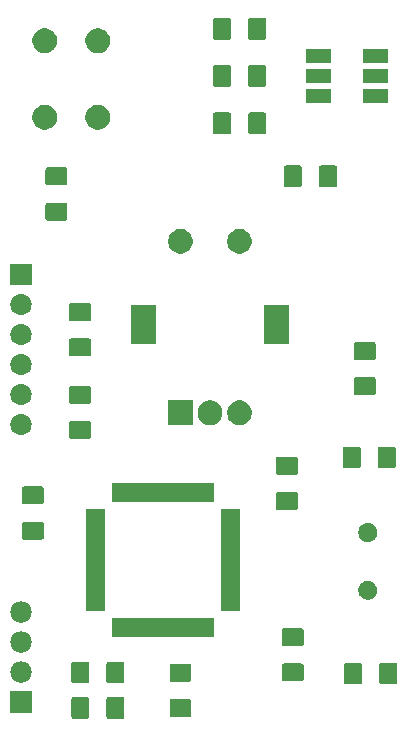
<source format=gbr>
G04 #@! TF.GenerationSoftware,KiCad,Pcbnew,(5.1.4)-1*
G04 #@! TF.CreationDate,2020-08-01T13:26:50+05:30*
G04 #@! TF.ProjectId,knob_32u4,6b6e6f62-5f33-4327-9534-2e6b69636164,rev?*
G04 #@! TF.SameCoordinates,Original*
G04 #@! TF.FileFunction,Soldermask,Top*
G04 #@! TF.FilePolarity,Negative*
%FSLAX46Y46*%
G04 Gerber Fmt 4.6, Leading zero omitted, Abs format (unit mm)*
G04 Created by KiCad (PCBNEW (5.1.4)-1) date 2020-08-01 13:26:50*
%MOMM*%
%LPD*%
G04 APERTURE LIST*
%ADD10C,0.100000*%
G04 APERTURE END LIST*
D10*
G36*
X112613062Y-110578181D02*
G01*
X112647981Y-110588774D01*
X112680163Y-110605976D01*
X112708373Y-110629127D01*
X112731524Y-110657337D01*
X112748726Y-110689519D01*
X112759319Y-110724438D01*
X112763500Y-110766895D01*
X112763500Y-112233105D01*
X112759319Y-112275562D01*
X112748726Y-112310481D01*
X112731524Y-112342663D01*
X112708373Y-112370873D01*
X112680163Y-112394024D01*
X112647981Y-112411226D01*
X112613062Y-112421819D01*
X112570605Y-112426000D01*
X111429395Y-112426000D01*
X111386938Y-112421819D01*
X111352019Y-112411226D01*
X111319837Y-112394024D01*
X111291627Y-112370873D01*
X111268476Y-112342663D01*
X111251274Y-112310481D01*
X111240681Y-112275562D01*
X111236500Y-112233105D01*
X111236500Y-110766895D01*
X111240681Y-110724438D01*
X111251274Y-110689519D01*
X111268476Y-110657337D01*
X111291627Y-110629127D01*
X111319837Y-110605976D01*
X111352019Y-110588774D01*
X111386938Y-110578181D01*
X111429395Y-110574000D01*
X112570605Y-110574000D01*
X112613062Y-110578181D01*
X112613062Y-110578181D01*
G37*
G36*
X109638062Y-110578181D02*
G01*
X109672981Y-110588774D01*
X109705163Y-110605976D01*
X109733373Y-110629127D01*
X109756524Y-110657337D01*
X109773726Y-110689519D01*
X109784319Y-110724438D01*
X109788500Y-110766895D01*
X109788500Y-112233105D01*
X109784319Y-112275562D01*
X109773726Y-112310481D01*
X109756524Y-112342663D01*
X109733373Y-112370873D01*
X109705163Y-112394024D01*
X109672981Y-112411226D01*
X109638062Y-112421819D01*
X109595605Y-112426000D01*
X108454395Y-112426000D01*
X108411938Y-112421819D01*
X108377019Y-112411226D01*
X108344837Y-112394024D01*
X108316627Y-112370873D01*
X108293476Y-112342663D01*
X108276274Y-112310481D01*
X108265681Y-112275562D01*
X108261500Y-112233105D01*
X108261500Y-110766895D01*
X108265681Y-110724438D01*
X108276274Y-110689519D01*
X108293476Y-110657337D01*
X108316627Y-110629127D01*
X108344837Y-110605976D01*
X108377019Y-110588774D01*
X108411938Y-110578181D01*
X108454395Y-110574000D01*
X109595605Y-110574000D01*
X109638062Y-110578181D01*
X109638062Y-110578181D01*
G37*
G36*
X118275562Y-110740681D02*
G01*
X118310481Y-110751274D01*
X118342663Y-110768476D01*
X118370873Y-110791627D01*
X118394024Y-110819837D01*
X118411226Y-110852019D01*
X118421819Y-110886938D01*
X118426000Y-110929395D01*
X118426000Y-112070605D01*
X118421819Y-112113062D01*
X118411226Y-112147981D01*
X118394024Y-112180163D01*
X118370873Y-112208373D01*
X118342663Y-112231524D01*
X118310481Y-112248726D01*
X118275562Y-112259319D01*
X118233105Y-112263500D01*
X116766895Y-112263500D01*
X116724438Y-112259319D01*
X116689519Y-112248726D01*
X116657337Y-112231524D01*
X116629127Y-112208373D01*
X116605976Y-112180163D01*
X116588774Y-112147981D01*
X116578181Y-112113062D01*
X116574000Y-112070605D01*
X116574000Y-110929395D01*
X116578181Y-110886938D01*
X116588774Y-110852019D01*
X116605976Y-110819837D01*
X116629127Y-110791627D01*
X116657337Y-110768476D01*
X116689519Y-110751274D01*
X116724438Y-110740681D01*
X116766895Y-110736500D01*
X118233105Y-110736500D01*
X118275562Y-110740681D01*
X118275562Y-110740681D01*
G37*
G36*
X104901000Y-111901000D02*
G01*
X103099000Y-111901000D01*
X103099000Y-110099000D01*
X104901000Y-110099000D01*
X104901000Y-111901000D01*
X104901000Y-111901000D01*
G37*
G36*
X132729562Y-107663181D02*
G01*
X132764481Y-107673774D01*
X132796663Y-107690976D01*
X132824873Y-107714127D01*
X132848024Y-107742337D01*
X132865226Y-107774519D01*
X132875819Y-107809438D01*
X132880000Y-107851895D01*
X132880000Y-109318105D01*
X132875819Y-109360562D01*
X132865226Y-109395481D01*
X132848024Y-109427663D01*
X132824873Y-109455873D01*
X132796663Y-109479024D01*
X132764481Y-109496226D01*
X132729562Y-109506819D01*
X132687105Y-109511000D01*
X131545895Y-109511000D01*
X131503438Y-109506819D01*
X131468519Y-109496226D01*
X131436337Y-109479024D01*
X131408127Y-109455873D01*
X131384976Y-109427663D01*
X131367774Y-109395481D01*
X131357181Y-109360562D01*
X131353000Y-109318105D01*
X131353000Y-107851895D01*
X131357181Y-107809438D01*
X131367774Y-107774519D01*
X131384976Y-107742337D01*
X131408127Y-107714127D01*
X131436337Y-107690976D01*
X131468519Y-107673774D01*
X131503438Y-107663181D01*
X131545895Y-107659000D01*
X132687105Y-107659000D01*
X132729562Y-107663181D01*
X132729562Y-107663181D01*
G37*
G36*
X135704562Y-107663181D02*
G01*
X135739481Y-107673774D01*
X135771663Y-107690976D01*
X135799873Y-107714127D01*
X135823024Y-107742337D01*
X135840226Y-107774519D01*
X135850819Y-107809438D01*
X135855000Y-107851895D01*
X135855000Y-109318105D01*
X135850819Y-109360562D01*
X135840226Y-109395481D01*
X135823024Y-109427663D01*
X135799873Y-109455873D01*
X135771663Y-109479024D01*
X135739481Y-109496226D01*
X135704562Y-109506819D01*
X135662105Y-109511000D01*
X134520895Y-109511000D01*
X134478438Y-109506819D01*
X134443519Y-109496226D01*
X134411337Y-109479024D01*
X134383127Y-109455873D01*
X134359976Y-109427663D01*
X134342774Y-109395481D01*
X134332181Y-109360562D01*
X134328000Y-109318105D01*
X134328000Y-107851895D01*
X134332181Y-107809438D01*
X134342774Y-107774519D01*
X134359976Y-107742337D01*
X134383127Y-107714127D01*
X134411337Y-107690976D01*
X134443519Y-107673774D01*
X134478438Y-107663181D01*
X134520895Y-107659000D01*
X135662105Y-107659000D01*
X135704562Y-107663181D01*
X135704562Y-107663181D01*
G37*
G36*
X109638062Y-107578181D02*
G01*
X109672981Y-107588774D01*
X109705163Y-107605976D01*
X109733373Y-107629127D01*
X109756524Y-107657337D01*
X109773726Y-107689519D01*
X109784319Y-107724438D01*
X109788500Y-107766895D01*
X109788500Y-109233105D01*
X109784319Y-109275562D01*
X109773726Y-109310481D01*
X109756524Y-109342663D01*
X109733373Y-109370873D01*
X109705163Y-109394024D01*
X109672981Y-109411226D01*
X109638062Y-109421819D01*
X109595605Y-109426000D01*
X108454395Y-109426000D01*
X108411938Y-109421819D01*
X108377019Y-109411226D01*
X108344837Y-109394024D01*
X108316627Y-109370873D01*
X108293476Y-109342663D01*
X108276274Y-109310481D01*
X108265681Y-109275562D01*
X108261500Y-109233105D01*
X108261500Y-107766895D01*
X108265681Y-107724438D01*
X108276274Y-107689519D01*
X108293476Y-107657337D01*
X108316627Y-107629127D01*
X108344837Y-107605976D01*
X108377019Y-107588774D01*
X108411938Y-107578181D01*
X108454395Y-107574000D01*
X109595605Y-107574000D01*
X109638062Y-107578181D01*
X109638062Y-107578181D01*
G37*
G36*
X112613062Y-107578181D02*
G01*
X112647981Y-107588774D01*
X112680163Y-107605976D01*
X112708373Y-107629127D01*
X112731524Y-107657337D01*
X112748726Y-107689519D01*
X112759319Y-107724438D01*
X112763500Y-107766895D01*
X112763500Y-109233105D01*
X112759319Y-109275562D01*
X112748726Y-109310481D01*
X112731524Y-109342663D01*
X112708373Y-109370873D01*
X112680163Y-109394024D01*
X112647981Y-109411226D01*
X112613062Y-109421819D01*
X112570605Y-109426000D01*
X111429395Y-109426000D01*
X111386938Y-109421819D01*
X111352019Y-109411226D01*
X111319837Y-109394024D01*
X111291627Y-109370873D01*
X111268476Y-109342663D01*
X111251274Y-109310481D01*
X111240681Y-109275562D01*
X111236500Y-109233105D01*
X111236500Y-107766895D01*
X111240681Y-107724438D01*
X111251274Y-107689519D01*
X111268476Y-107657337D01*
X111291627Y-107629127D01*
X111319837Y-107605976D01*
X111352019Y-107588774D01*
X111386938Y-107578181D01*
X111429395Y-107574000D01*
X112570605Y-107574000D01*
X112613062Y-107578181D01*
X112613062Y-107578181D01*
G37*
G36*
X104110443Y-107565519D02*
G01*
X104176627Y-107572037D01*
X104346466Y-107623557D01*
X104502991Y-107707222D01*
X104538666Y-107736500D01*
X104640186Y-107819814D01*
X104715789Y-107911938D01*
X104752778Y-107957009D01*
X104836443Y-108113534D01*
X104887963Y-108283373D01*
X104905359Y-108460000D01*
X104887963Y-108636627D01*
X104836443Y-108806466D01*
X104752778Y-108962991D01*
X104726012Y-108995605D01*
X104640186Y-109100186D01*
X104542732Y-109180163D01*
X104502991Y-109212778D01*
X104346466Y-109296443D01*
X104176627Y-109347963D01*
X104110443Y-109354481D01*
X104044260Y-109361000D01*
X103955740Y-109361000D01*
X103889557Y-109354481D01*
X103823373Y-109347963D01*
X103653534Y-109296443D01*
X103497009Y-109212778D01*
X103457268Y-109180163D01*
X103359814Y-109100186D01*
X103273988Y-108995605D01*
X103247222Y-108962991D01*
X103163557Y-108806466D01*
X103112037Y-108636627D01*
X103094641Y-108460000D01*
X103112037Y-108283373D01*
X103163557Y-108113534D01*
X103247222Y-107957009D01*
X103284211Y-107911938D01*
X103359814Y-107819814D01*
X103461334Y-107736500D01*
X103497009Y-107707222D01*
X103653534Y-107623557D01*
X103823373Y-107572037D01*
X103889557Y-107565519D01*
X103955740Y-107559000D01*
X104044260Y-107559000D01*
X104110443Y-107565519D01*
X104110443Y-107565519D01*
G37*
G36*
X118275562Y-107765681D02*
G01*
X118310481Y-107776274D01*
X118342663Y-107793476D01*
X118370873Y-107816627D01*
X118394024Y-107844837D01*
X118411226Y-107877019D01*
X118421819Y-107911938D01*
X118426000Y-107954395D01*
X118426000Y-109095605D01*
X118421819Y-109138062D01*
X118411226Y-109172981D01*
X118394024Y-109205163D01*
X118370873Y-109233373D01*
X118342663Y-109256524D01*
X118310481Y-109273726D01*
X118275562Y-109284319D01*
X118233105Y-109288500D01*
X116766895Y-109288500D01*
X116724438Y-109284319D01*
X116689519Y-109273726D01*
X116657337Y-109256524D01*
X116629127Y-109233373D01*
X116605976Y-109205163D01*
X116588774Y-109172981D01*
X116578181Y-109138062D01*
X116574000Y-109095605D01*
X116574000Y-107954395D01*
X116578181Y-107911938D01*
X116588774Y-107877019D01*
X116605976Y-107844837D01*
X116629127Y-107816627D01*
X116657337Y-107793476D01*
X116689519Y-107776274D01*
X116724438Y-107765681D01*
X116766895Y-107761500D01*
X118233105Y-107761500D01*
X118275562Y-107765681D01*
X118275562Y-107765681D01*
G37*
G36*
X127775562Y-107740681D02*
G01*
X127810481Y-107751274D01*
X127842663Y-107768476D01*
X127870873Y-107791627D01*
X127894024Y-107819837D01*
X127911226Y-107852019D01*
X127921819Y-107886938D01*
X127926000Y-107929395D01*
X127926000Y-109070605D01*
X127921819Y-109113062D01*
X127911226Y-109147981D01*
X127894024Y-109180163D01*
X127870873Y-109208373D01*
X127842663Y-109231524D01*
X127810481Y-109248726D01*
X127775562Y-109259319D01*
X127733105Y-109263500D01*
X126266895Y-109263500D01*
X126224438Y-109259319D01*
X126189519Y-109248726D01*
X126157337Y-109231524D01*
X126129127Y-109208373D01*
X126105976Y-109180163D01*
X126088774Y-109147981D01*
X126078181Y-109113062D01*
X126074000Y-109070605D01*
X126074000Y-107929395D01*
X126078181Y-107886938D01*
X126088774Y-107852019D01*
X126105976Y-107819837D01*
X126129127Y-107791627D01*
X126157337Y-107768476D01*
X126189519Y-107751274D01*
X126224438Y-107740681D01*
X126266895Y-107736500D01*
X127733105Y-107736500D01*
X127775562Y-107740681D01*
X127775562Y-107740681D01*
G37*
G36*
X104110443Y-105025519D02*
G01*
X104176627Y-105032037D01*
X104346466Y-105083557D01*
X104502991Y-105167222D01*
X104538729Y-105196552D01*
X104640186Y-105279814D01*
X104723448Y-105381271D01*
X104752778Y-105417009D01*
X104836443Y-105573534D01*
X104887963Y-105743373D01*
X104905359Y-105920000D01*
X104887963Y-106096627D01*
X104836443Y-106266466D01*
X104836442Y-106266468D01*
X104794611Y-106344728D01*
X104752778Y-106422991D01*
X104723448Y-106458729D01*
X104640186Y-106560186D01*
X104538729Y-106643448D01*
X104502991Y-106672778D01*
X104346466Y-106756443D01*
X104176627Y-106807963D01*
X104110442Y-106814482D01*
X104044260Y-106821000D01*
X103955740Y-106821000D01*
X103889558Y-106814482D01*
X103823373Y-106807963D01*
X103653534Y-106756443D01*
X103497009Y-106672778D01*
X103461271Y-106643448D01*
X103359814Y-106560186D01*
X103276552Y-106458729D01*
X103247222Y-106422991D01*
X103205390Y-106344729D01*
X103163558Y-106266468D01*
X103163557Y-106266466D01*
X103112037Y-106096627D01*
X103094641Y-105920000D01*
X103112037Y-105743373D01*
X103163557Y-105573534D01*
X103247222Y-105417009D01*
X103276552Y-105381271D01*
X103359814Y-105279814D01*
X103461271Y-105196552D01*
X103497009Y-105167222D01*
X103653534Y-105083557D01*
X103823373Y-105032037D01*
X103889558Y-105025518D01*
X103955740Y-105019000D01*
X104044260Y-105019000D01*
X104110443Y-105025519D01*
X104110443Y-105025519D01*
G37*
G36*
X127775562Y-104765681D02*
G01*
X127810481Y-104776274D01*
X127842663Y-104793476D01*
X127870873Y-104816627D01*
X127894024Y-104844837D01*
X127911226Y-104877019D01*
X127921819Y-104911938D01*
X127926000Y-104954395D01*
X127926000Y-106095605D01*
X127921819Y-106138062D01*
X127911226Y-106172981D01*
X127894024Y-106205163D01*
X127870873Y-106233373D01*
X127842663Y-106256524D01*
X127810481Y-106273726D01*
X127775562Y-106284319D01*
X127733105Y-106288500D01*
X126266895Y-106288500D01*
X126224438Y-106284319D01*
X126189519Y-106273726D01*
X126157337Y-106256524D01*
X126129127Y-106233373D01*
X126105976Y-106205163D01*
X126088774Y-106172981D01*
X126078181Y-106138062D01*
X126074000Y-106095605D01*
X126074000Y-104954395D01*
X126078181Y-104911938D01*
X126088774Y-104877019D01*
X126105976Y-104844837D01*
X126129127Y-104816627D01*
X126157337Y-104793476D01*
X126189519Y-104776274D01*
X126224438Y-104765681D01*
X126266895Y-104761500D01*
X127733105Y-104761500D01*
X127775562Y-104765681D01*
X127775562Y-104765681D01*
G37*
G36*
X120326000Y-105501000D02*
G01*
X111674000Y-105501000D01*
X111674000Y-103899000D01*
X120326000Y-103899000D01*
X120326000Y-105501000D01*
X120326000Y-105501000D01*
G37*
G36*
X104110442Y-102485518D02*
G01*
X104176627Y-102492037D01*
X104346466Y-102543557D01*
X104502991Y-102627222D01*
X104538729Y-102656552D01*
X104640186Y-102739814D01*
X104723448Y-102841271D01*
X104752778Y-102877009D01*
X104836443Y-103033534D01*
X104887963Y-103203373D01*
X104905359Y-103380000D01*
X104887963Y-103556627D01*
X104836443Y-103726466D01*
X104752778Y-103882991D01*
X104723448Y-103918729D01*
X104640186Y-104020186D01*
X104538729Y-104103448D01*
X104502991Y-104132778D01*
X104346466Y-104216443D01*
X104176627Y-104267963D01*
X104110442Y-104274482D01*
X104044260Y-104281000D01*
X103955740Y-104281000D01*
X103889557Y-104274481D01*
X103823373Y-104267963D01*
X103653534Y-104216443D01*
X103497009Y-104132778D01*
X103461271Y-104103448D01*
X103359814Y-104020186D01*
X103276552Y-103918729D01*
X103247222Y-103882991D01*
X103163557Y-103726466D01*
X103112037Y-103556627D01*
X103094641Y-103380000D01*
X103112037Y-103203373D01*
X103163557Y-103033534D01*
X103247222Y-102877009D01*
X103276552Y-102841271D01*
X103359814Y-102739814D01*
X103461271Y-102656552D01*
X103497009Y-102627222D01*
X103653534Y-102543557D01*
X103823373Y-102492037D01*
X103889558Y-102485518D01*
X103955740Y-102479000D01*
X104044260Y-102479000D01*
X104110442Y-102485518D01*
X104110442Y-102485518D01*
G37*
G36*
X122501000Y-103326000D02*
G01*
X120899000Y-103326000D01*
X120899000Y-94674000D01*
X122501000Y-94674000D01*
X122501000Y-103326000D01*
X122501000Y-103326000D01*
G37*
G36*
X111101000Y-103326000D02*
G01*
X109499000Y-103326000D01*
X109499000Y-94674000D01*
X111101000Y-94674000D01*
X111101000Y-103326000D01*
X111101000Y-103326000D01*
G37*
G36*
X133583642Y-100756781D02*
G01*
X133729414Y-100817162D01*
X133729416Y-100817163D01*
X133860608Y-100904822D01*
X133972178Y-101016392D01*
X134010670Y-101074000D01*
X134059838Y-101147586D01*
X134120219Y-101293358D01*
X134151000Y-101448107D01*
X134151000Y-101605893D01*
X134120219Y-101760642D01*
X134073264Y-101874000D01*
X134059837Y-101906416D01*
X133972178Y-102037608D01*
X133860608Y-102149178D01*
X133729416Y-102236837D01*
X133729415Y-102236838D01*
X133729414Y-102236838D01*
X133583642Y-102297219D01*
X133428893Y-102328000D01*
X133271107Y-102328000D01*
X133116358Y-102297219D01*
X132970586Y-102236838D01*
X132970585Y-102236838D01*
X132970584Y-102236837D01*
X132839392Y-102149178D01*
X132727822Y-102037608D01*
X132640163Y-101906416D01*
X132626736Y-101874000D01*
X132579781Y-101760642D01*
X132549000Y-101605893D01*
X132549000Y-101448107D01*
X132579781Y-101293358D01*
X132640162Y-101147586D01*
X132689330Y-101074000D01*
X132727822Y-101016392D01*
X132839392Y-100904822D01*
X132970584Y-100817163D01*
X132970586Y-100817162D01*
X133116358Y-100756781D01*
X133271107Y-100726000D01*
X133428893Y-100726000D01*
X133583642Y-100756781D01*
X133583642Y-100756781D01*
G37*
G36*
X133583642Y-95876781D02*
G01*
X133680485Y-95916895D01*
X133729416Y-95937163D01*
X133860608Y-96024822D01*
X133972178Y-96136392D01*
X134059837Y-96267584D01*
X134059838Y-96267586D01*
X134120219Y-96413358D01*
X134151000Y-96568107D01*
X134151000Y-96725893D01*
X134120219Y-96880642D01*
X134101431Y-96926000D01*
X134059837Y-97026416D01*
X133972178Y-97157608D01*
X133860608Y-97269178D01*
X133729416Y-97356837D01*
X133729415Y-97356838D01*
X133729414Y-97356838D01*
X133583642Y-97417219D01*
X133428893Y-97448000D01*
X133271107Y-97448000D01*
X133116358Y-97417219D01*
X132970586Y-97356838D01*
X132970585Y-97356838D01*
X132970584Y-97356837D01*
X132839392Y-97269178D01*
X132727822Y-97157608D01*
X132640163Y-97026416D01*
X132598569Y-96926000D01*
X132579781Y-96880642D01*
X132549000Y-96725893D01*
X132549000Y-96568107D01*
X132579781Y-96413358D01*
X132640162Y-96267586D01*
X132640163Y-96267584D01*
X132727822Y-96136392D01*
X132839392Y-96024822D01*
X132970584Y-95937163D01*
X133019515Y-95916895D01*
X133116358Y-95876781D01*
X133271107Y-95846000D01*
X133428893Y-95846000D01*
X133583642Y-95876781D01*
X133583642Y-95876781D01*
G37*
G36*
X105775562Y-95728181D02*
G01*
X105810481Y-95738774D01*
X105842663Y-95755976D01*
X105870873Y-95779127D01*
X105894024Y-95807337D01*
X105911226Y-95839519D01*
X105921819Y-95874438D01*
X105926000Y-95916895D01*
X105926000Y-97058105D01*
X105921819Y-97100562D01*
X105911226Y-97135481D01*
X105894024Y-97167663D01*
X105870873Y-97195873D01*
X105842663Y-97219024D01*
X105810481Y-97236226D01*
X105775562Y-97246819D01*
X105733105Y-97251000D01*
X104266895Y-97251000D01*
X104224438Y-97246819D01*
X104189519Y-97236226D01*
X104157337Y-97219024D01*
X104129127Y-97195873D01*
X104105976Y-97167663D01*
X104088774Y-97135481D01*
X104078181Y-97100562D01*
X104074000Y-97058105D01*
X104074000Y-95916895D01*
X104078181Y-95874438D01*
X104088774Y-95839519D01*
X104105976Y-95807337D01*
X104129127Y-95779127D01*
X104157337Y-95755976D01*
X104189519Y-95738774D01*
X104224438Y-95728181D01*
X104266895Y-95724000D01*
X105733105Y-95724000D01*
X105775562Y-95728181D01*
X105775562Y-95728181D01*
G37*
G36*
X127275562Y-93215681D02*
G01*
X127310481Y-93226274D01*
X127342663Y-93243476D01*
X127370873Y-93266627D01*
X127394024Y-93294837D01*
X127411226Y-93327019D01*
X127421819Y-93361938D01*
X127426000Y-93404395D01*
X127426000Y-94545605D01*
X127421819Y-94588062D01*
X127411226Y-94622981D01*
X127394024Y-94655163D01*
X127370873Y-94683373D01*
X127342663Y-94706524D01*
X127310481Y-94723726D01*
X127275562Y-94734319D01*
X127233105Y-94738500D01*
X125766895Y-94738500D01*
X125724438Y-94734319D01*
X125689519Y-94723726D01*
X125657337Y-94706524D01*
X125629127Y-94683373D01*
X125605976Y-94655163D01*
X125588774Y-94622981D01*
X125578181Y-94588062D01*
X125574000Y-94545605D01*
X125574000Y-93404395D01*
X125578181Y-93361938D01*
X125588774Y-93327019D01*
X125605976Y-93294837D01*
X125629127Y-93266627D01*
X125657337Y-93243476D01*
X125689519Y-93226274D01*
X125724438Y-93215681D01*
X125766895Y-93211500D01*
X127233105Y-93211500D01*
X127275562Y-93215681D01*
X127275562Y-93215681D01*
G37*
G36*
X105775562Y-92753181D02*
G01*
X105810481Y-92763774D01*
X105842663Y-92780976D01*
X105870873Y-92804127D01*
X105894024Y-92832337D01*
X105911226Y-92864519D01*
X105921819Y-92899438D01*
X105926000Y-92941895D01*
X105926000Y-94083105D01*
X105921819Y-94125562D01*
X105911226Y-94160481D01*
X105894024Y-94192663D01*
X105870873Y-94220873D01*
X105842663Y-94244024D01*
X105810481Y-94261226D01*
X105775562Y-94271819D01*
X105733105Y-94276000D01*
X104266895Y-94276000D01*
X104224438Y-94271819D01*
X104189519Y-94261226D01*
X104157337Y-94244024D01*
X104129127Y-94220873D01*
X104105976Y-94192663D01*
X104088774Y-94160481D01*
X104078181Y-94125562D01*
X104074000Y-94083105D01*
X104074000Y-92941895D01*
X104078181Y-92899438D01*
X104088774Y-92864519D01*
X104105976Y-92832337D01*
X104129127Y-92804127D01*
X104157337Y-92780976D01*
X104189519Y-92763774D01*
X104224438Y-92753181D01*
X104266895Y-92749000D01*
X105733105Y-92749000D01*
X105775562Y-92753181D01*
X105775562Y-92753181D01*
G37*
G36*
X120326000Y-94101000D02*
G01*
X111674000Y-94101000D01*
X111674000Y-92499000D01*
X120326000Y-92499000D01*
X120326000Y-94101000D01*
X120326000Y-94101000D01*
G37*
G36*
X127275562Y-90240681D02*
G01*
X127310481Y-90251274D01*
X127342663Y-90268476D01*
X127370873Y-90291627D01*
X127394024Y-90319837D01*
X127411226Y-90352019D01*
X127421819Y-90386938D01*
X127426000Y-90429395D01*
X127426000Y-91570605D01*
X127421819Y-91613062D01*
X127411226Y-91647981D01*
X127394024Y-91680163D01*
X127370873Y-91708373D01*
X127342663Y-91731524D01*
X127310481Y-91748726D01*
X127275562Y-91759319D01*
X127233105Y-91763500D01*
X125766895Y-91763500D01*
X125724438Y-91759319D01*
X125689519Y-91748726D01*
X125657337Y-91731524D01*
X125629127Y-91708373D01*
X125605976Y-91680163D01*
X125588774Y-91647981D01*
X125578181Y-91613062D01*
X125574000Y-91570605D01*
X125574000Y-90429395D01*
X125578181Y-90386938D01*
X125588774Y-90352019D01*
X125605976Y-90319837D01*
X125629127Y-90291627D01*
X125657337Y-90268476D01*
X125689519Y-90251274D01*
X125724438Y-90240681D01*
X125766895Y-90236500D01*
X127233105Y-90236500D01*
X127275562Y-90240681D01*
X127275562Y-90240681D01*
G37*
G36*
X135588062Y-89375181D02*
G01*
X135622981Y-89385774D01*
X135655163Y-89402976D01*
X135683373Y-89426127D01*
X135706524Y-89454337D01*
X135723726Y-89486519D01*
X135734319Y-89521438D01*
X135738500Y-89563895D01*
X135738500Y-91030105D01*
X135734319Y-91072562D01*
X135723726Y-91107481D01*
X135706524Y-91139663D01*
X135683373Y-91167873D01*
X135655163Y-91191024D01*
X135622981Y-91208226D01*
X135588062Y-91218819D01*
X135545605Y-91223000D01*
X134404395Y-91223000D01*
X134361938Y-91218819D01*
X134327019Y-91208226D01*
X134294837Y-91191024D01*
X134266627Y-91167873D01*
X134243476Y-91139663D01*
X134226274Y-91107481D01*
X134215681Y-91072562D01*
X134211500Y-91030105D01*
X134211500Y-89563895D01*
X134215681Y-89521438D01*
X134226274Y-89486519D01*
X134243476Y-89454337D01*
X134266627Y-89426127D01*
X134294837Y-89402976D01*
X134327019Y-89385774D01*
X134361938Y-89375181D01*
X134404395Y-89371000D01*
X135545605Y-89371000D01*
X135588062Y-89375181D01*
X135588062Y-89375181D01*
G37*
G36*
X132613062Y-89375181D02*
G01*
X132647981Y-89385774D01*
X132680163Y-89402976D01*
X132708373Y-89426127D01*
X132731524Y-89454337D01*
X132748726Y-89486519D01*
X132759319Y-89521438D01*
X132763500Y-89563895D01*
X132763500Y-91030105D01*
X132759319Y-91072562D01*
X132748726Y-91107481D01*
X132731524Y-91139663D01*
X132708373Y-91167873D01*
X132680163Y-91191024D01*
X132647981Y-91208226D01*
X132613062Y-91218819D01*
X132570605Y-91223000D01*
X131429395Y-91223000D01*
X131386938Y-91218819D01*
X131352019Y-91208226D01*
X131319837Y-91191024D01*
X131291627Y-91167873D01*
X131268476Y-91139663D01*
X131251274Y-91107481D01*
X131240681Y-91072562D01*
X131236500Y-91030105D01*
X131236500Y-89563895D01*
X131240681Y-89521438D01*
X131251274Y-89486519D01*
X131268476Y-89454337D01*
X131291627Y-89426127D01*
X131319837Y-89402976D01*
X131352019Y-89385774D01*
X131386938Y-89375181D01*
X131429395Y-89371000D01*
X132570605Y-89371000D01*
X132613062Y-89375181D01*
X132613062Y-89375181D01*
G37*
G36*
X109775562Y-87215681D02*
G01*
X109810481Y-87226274D01*
X109842663Y-87243476D01*
X109870873Y-87266627D01*
X109894024Y-87294837D01*
X109911226Y-87327019D01*
X109921819Y-87361938D01*
X109926000Y-87404395D01*
X109926000Y-88545605D01*
X109921819Y-88588062D01*
X109911226Y-88622981D01*
X109894024Y-88655163D01*
X109870873Y-88683373D01*
X109842663Y-88706524D01*
X109810481Y-88723726D01*
X109775562Y-88734319D01*
X109733105Y-88738500D01*
X108266895Y-88738500D01*
X108224438Y-88734319D01*
X108189519Y-88723726D01*
X108157337Y-88706524D01*
X108129127Y-88683373D01*
X108105976Y-88655163D01*
X108088774Y-88622981D01*
X108078181Y-88588062D01*
X108074000Y-88545605D01*
X108074000Y-87404395D01*
X108078181Y-87361938D01*
X108088774Y-87327019D01*
X108105976Y-87294837D01*
X108129127Y-87266627D01*
X108157337Y-87243476D01*
X108189519Y-87226274D01*
X108224438Y-87215681D01*
X108266895Y-87211500D01*
X109733105Y-87211500D01*
X109775562Y-87215681D01*
X109775562Y-87215681D01*
G37*
G36*
X104110442Y-86605518D02*
G01*
X104176627Y-86612037D01*
X104346466Y-86663557D01*
X104502991Y-86747222D01*
X104538729Y-86776552D01*
X104640186Y-86859814D01*
X104723448Y-86961271D01*
X104752778Y-86997009D01*
X104836443Y-87153534D01*
X104887963Y-87323373D01*
X104905359Y-87500000D01*
X104887963Y-87676627D01*
X104836443Y-87846466D01*
X104752778Y-88002991D01*
X104723448Y-88038729D01*
X104640186Y-88140186D01*
X104538729Y-88223448D01*
X104502991Y-88252778D01*
X104346466Y-88336443D01*
X104176627Y-88387963D01*
X104110443Y-88394481D01*
X104044260Y-88401000D01*
X103955740Y-88401000D01*
X103889557Y-88394481D01*
X103823373Y-88387963D01*
X103653534Y-88336443D01*
X103497009Y-88252778D01*
X103461271Y-88223448D01*
X103359814Y-88140186D01*
X103276552Y-88038729D01*
X103247222Y-88002991D01*
X103163557Y-87846466D01*
X103112037Y-87676627D01*
X103094641Y-87500000D01*
X103112037Y-87323373D01*
X103163557Y-87153534D01*
X103247222Y-86997009D01*
X103276552Y-86961271D01*
X103359814Y-86859814D01*
X103461271Y-86776552D01*
X103497009Y-86747222D01*
X103653534Y-86663557D01*
X103823373Y-86612037D01*
X103889558Y-86605518D01*
X103955740Y-86599000D01*
X104044260Y-86599000D01*
X104110442Y-86605518D01*
X104110442Y-86605518D01*
G37*
G36*
X122806564Y-85489389D02*
G01*
X122997833Y-85568615D01*
X122997835Y-85568616D01*
X123169973Y-85683635D01*
X123316365Y-85830027D01*
X123337061Y-85861000D01*
X123431385Y-86002167D01*
X123510611Y-86193436D01*
X123551000Y-86396484D01*
X123551000Y-86603516D01*
X123510611Y-86806564D01*
X123431726Y-86997009D01*
X123431384Y-86997835D01*
X123316365Y-87169973D01*
X123169973Y-87316365D01*
X122997835Y-87431384D01*
X122997834Y-87431385D01*
X122997833Y-87431385D01*
X122806564Y-87510611D01*
X122603516Y-87551000D01*
X122396484Y-87551000D01*
X122193436Y-87510611D01*
X122002167Y-87431385D01*
X122002166Y-87431385D01*
X122002165Y-87431384D01*
X121830027Y-87316365D01*
X121683635Y-87169973D01*
X121568616Y-86997835D01*
X121568274Y-86997009D01*
X121489389Y-86806564D01*
X121449000Y-86603516D01*
X121449000Y-86396484D01*
X121489389Y-86193436D01*
X121568615Y-86002167D01*
X121662940Y-85861000D01*
X121683635Y-85830027D01*
X121830027Y-85683635D01*
X122002165Y-85568616D01*
X122002167Y-85568615D01*
X122193436Y-85489389D01*
X122396484Y-85449000D01*
X122603516Y-85449000D01*
X122806564Y-85489389D01*
X122806564Y-85489389D01*
G37*
G36*
X118551000Y-87551000D02*
G01*
X116449000Y-87551000D01*
X116449000Y-85449000D01*
X118551000Y-85449000D01*
X118551000Y-87551000D01*
X118551000Y-87551000D01*
G37*
G36*
X120306564Y-85489389D02*
G01*
X120497833Y-85568615D01*
X120497835Y-85568616D01*
X120669973Y-85683635D01*
X120816365Y-85830027D01*
X120837061Y-85861000D01*
X120931385Y-86002167D01*
X121010611Y-86193436D01*
X121051000Y-86396484D01*
X121051000Y-86603516D01*
X121010611Y-86806564D01*
X120931726Y-86997009D01*
X120931384Y-86997835D01*
X120816365Y-87169973D01*
X120669973Y-87316365D01*
X120497835Y-87431384D01*
X120497834Y-87431385D01*
X120497833Y-87431385D01*
X120306564Y-87510611D01*
X120103516Y-87551000D01*
X119896484Y-87551000D01*
X119693436Y-87510611D01*
X119502167Y-87431385D01*
X119502166Y-87431385D01*
X119502165Y-87431384D01*
X119330027Y-87316365D01*
X119183635Y-87169973D01*
X119068616Y-86997835D01*
X119068274Y-86997009D01*
X118989389Y-86806564D01*
X118949000Y-86603516D01*
X118949000Y-86396484D01*
X118989389Y-86193436D01*
X119068615Y-86002167D01*
X119162940Y-85861000D01*
X119183635Y-85830027D01*
X119330027Y-85683635D01*
X119502165Y-85568616D01*
X119502167Y-85568615D01*
X119693436Y-85489389D01*
X119896484Y-85449000D01*
X120103516Y-85449000D01*
X120306564Y-85489389D01*
X120306564Y-85489389D01*
G37*
G36*
X104110443Y-84065519D02*
G01*
X104176627Y-84072037D01*
X104346466Y-84123557D01*
X104502991Y-84207222D01*
X104538666Y-84236500D01*
X104640186Y-84319814D01*
X104723448Y-84421271D01*
X104752778Y-84457009D01*
X104836443Y-84613534D01*
X104887963Y-84783373D01*
X104905359Y-84960000D01*
X104887963Y-85136627D01*
X104836443Y-85306466D01*
X104752778Y-85462991D01*
X104731113Y-85489390D01*
X104640186Y-85600186D01*
X104542732Y-85680163D01*
X104502991Y-85712778D01*
X104346466Y-85796443D01*
X104176627Y-85847963D01*
X104110443Y-85854481D01*
X104044260Y-85861000D01*
X103955740Y-85861000D01*
X103889557Y-85854481D01*
X103823373Y-85847963D01*
X103653534Y-85796443D01*
X103497009Y-85712778D01*
X103457268Y-85680163D01*
X103359814Y-85600186D01*
X103268887Y-85489390D01*
X103247222Y-85462991D01*
X103163557Y-85306466D01*
X103112037Y-85136627D01*
X103094641Y-84960000D01*
X103112037Y-84783373D01*
X103163557Y-84613534D01*
X103247222Y-84457009D01*
X103276552Y-84421271D01*
X103359814Y-84319814D01*
X103461334Y-84236500D01*
X103497009Y-84207222D01*
X103653534Y-84123557D01*
X103823373Y-84072037D01*
X103889557Y-84065519D01*
X103955740Y-84059000D01*
X104044260Y-84059000D01*
X104110443Y-84065519D01*
X104110443Y-84065519D01*
G37*
G36*
X109775562Y-84240681D02*
G01*
X109810481Y-84251274D01*
X109842663Y-84268476D01*
X109870873Y-84291627D01*
X109894024Y-84319837D01*
X109911226Y-84352019D01*
X109921819Y-84386938D01*
X109926000Y-84429395D01*
X109926000Y-85570605D01*
X109921819Y-85613062D01*
X109911226Y-85647981D01*
X109894024Y-85680163D01*
X109870873Y-85708373D01*
X109842663Y-85731524D01*
X109810481Y-85748726D01*
X109775562Y-85759319D01*
X109733105Y-85763500D01*
X108266895Y-85763500D01*
X108224438Y-85759319D01*
X108189519Y-85748726D01*
X108157337Y-85731524D01*
X108129127Y-85708373D01*
X108105976Y-85680163D01*
X108088774Y-85647981D01*
X108078181Y-85613062D01*
X108074000Y-85570605D01*
X108074000Y-84429395D01*
X108078181Y-84386938D01*
X108088774Y-84352019D01*
X108105976Y-84319837D01*
X108129127Y-84291627D01*
X108157337Y-84268476D01*
X108189519Y-84251274D01*
X108224438Y-84240681D01*
X108266895Y-84236500D01*
X109733105Y-84236500D01*
X109775562Y-84240681D01*
X109775562Y-84240681D01*
G37*
G36*
X133871562Y-83495681D02*
G01*
X133906481Y-83506274D01*
X133938663Y-83523476D01*
X133966873Y-83546627D01*
X133990024Y-83574837D01*
X134007226Y-83607019D01*
X134017819Y-83641938D01*
X134022000Y-83684395D01*
X134022000Y-84825605D01*
X134017819Y-84868062D01*
X134007226Y-84902981D01*
X133990024Y-84935163D01*
X133966873Y-84963373D01*
X133938663Y-84986524D01*
X133906481Y-85003726D01*
X133871562Y-85014319D01*
X133829105Y-85018500D01*
X132362895Y-85018500D01*
X132320438Y-85014319D01*
X132285519Y-85003726D01*
X132253337Y-84986524D01*
X132225127Y-84963373D01*
X132201976Y-84935163D01*
X132184774Y-84902981D01*
X132174181Y-84868062D01*
X132170000Y-84825605D01*
X132170000Y-83684395D01*
X132174181Y-83641938D01*
X132184774Y-83607019D01*
X132201976Y-83574837D01*
X132225127Y-83546627D01*
X132253337Y-83523476D01*
X132285519Y-83506274D01*
X132320438Y-83495681D01*
X132362895Y-83491500D01*
X133829105Y-83491500D01*
X133871562Y-83495681D01*
X133871562Y-83495681D01*
G37*
G36*
X104110443Y-81525519D02*
G01*
X104176627Y-81532037D01*
X104346466Y-81583557D01*
X104502991Y-81667222D01*
X104522671Y-81683373D01*
X104640186Y-81779814D01*
X104720866Y-81878124D01*
X104752778Y-81917009D01*
X104836443Y-82073534D01*
X104887963Y-82243373D01*
X104905359Y-82420000D01*
X104887963Y-82596627D01*
X104836443Y-82766466D01*
X104752778Y-82922991D01*
X104723448Y-82958729D01*
X104640186Y-83060186D01*
X104538729Y-83143448D01*
X104502991Y-83172778D01*
X104346466Y-83256443D01*
X104176627Y-83307963D01*
X104110442Y-83314482D01*
X104044260Y-83321000D01*
X103955740Y-83321000D01*
X103889558Y-83314482D01*
X103823373Y-83307963D01*
X103653534Y-83256443D01*
X103497009Y-83172778D01*
X103461271Y-83143448D01*
X103359814Y-83060186D01*
X103276552Y-82958729D01*
X103247222Y-82922991D01*
X103163557Y-82766466D01*
X103112037Y-82596627D01*
X103094641Y-82420000D01*
X103112037Y-82243373D01*
X103163557Y-82073534D01*
X103247222Y-81917009D01*
X103279134Y-81878124D01*
X103359814Y-81779814D01*
X103477329Y-81683373D01*
X103497009Y-81667222D01*
X103653534Y-81583557D01*
X103823373Y-81532037D01*
X103889557Y-81525519D01*
X103955740Y-81519000D01*
X104044260Y-81519000D01*
X104110443Y-81525519D01*
X104110443Y-81525519D01*
G37*
G36*
X133871562Y-80520681D02*
G01*
X133906481Y-80531274D01*
X133938663Y-80548476D01*
X133966873Y-80571627D01*
X133990024Y-80599837D01*
X134007226Y-80632019D01*
X134017819Y-80666938D01*
X134022000Y-80709395D01*
X134022000Y-81850605D01*
X134017819Y-81893062D01*
X134007226Y-81927981D01*
X133990024Y-81960163D01*
X133966873Y-81988373D01*
X133938663Y-82011524D01*
X133906481Y-82028726D01*
X133871562Y-82039319D01*
X133829105Y-82043500D01*
X132362895Y-82043500D01*
X132320438Y-82039319D01*
X132285519Y-82028726D01*
X132253337Y-82011524D01*
X132225127Y-81988373D01*
X132201976Y-81960163D01*
X132184774Y-81927981D01*
X132174181Y-81893062D01*
X132170000Y-81850605D01*
X132170000Y-80709395D01*
X132174181Y-80666938D01*
X132184774Y-80632019D01*
X132201976Y-80599837D01*
X132225127Y-80571627D01*
X132253337Y-80548476D01*
X132285519Y-80531274D01*
X132320438Y-80520681D01*
X132362895Y-80516500D01*
X133829105Y-80516500D01*
X133871562Y-80520681D01*
X133871562Y-80520681D01*
G37*
G36*
X109775562Y-80215681D02*
G01*
X109810481Y-80226274D01*
X109842663Y-80243476D01*
X109870873Y-80266627D01*
X109894024Y-80294837D01*
X109911226Y-80327019D01*
X109921819Y-80361938D01*
X109926000Y-80404395D01*
X109926000Y-81545605D01*
X109921819Y-81588062D01*
X109911226Y-81622981D01*
X109894024Y-81655163D01*
X109870873Y-81683373D01*
X109842663Y-81706524D01*
X109810481Y-81723726D01*
X109775562Y-81734319D01*
X109733105Y-81738500D01*
X108266895Y-81738500D01*
X108224438Y-81734319D01*
X108189519Y-81723726D01*
X108157337Y-81706524D01*
X108129127Y-81683373D01*
X108105976Y-81655163D01*
X108088774Y-81622981D01*
X108078181Y-81588062D01*
X108074000Y-81545605D01*
X108074000Y-80404395D01*
X108078181Y-80361938D01*
X108088774Y-80327019D01*
X108105976Y-80294837D01*
X108129127Y-80266627D01*
X108157337Y-80243476D01*
X108189519Y-80226274D01*
X108224438Y-80215681D01*
X108266895Y-80211500D01*
X109733105Y-80211500D01*
X109775562Y-80215681D01*
X109775562Y-80215681D01*
G37*
G36*
X104110442Y-78985518D02*
G01*
X104176627Y-78992037D01*
X104346466Y-79043557D01*
X104502991Y-79127222D01*
X104538729Y-79156552D01*
X104640186Y-79239814D01*
X104723448Y-79341271D01*
X104752778Y-79377009D01*
X104836443Y-79533534D01*
X104887963Y-79703373D01*
X104905359Y-79880000D01*
X104887963Y-80056627D01*
X104836443Y-80226466D01*
X104752778Y-80382991D01*
X104735212Y-80404395D01*
X104640186Y-80520186D01*
X104538729Y-80603448D01*
X104502991Y-80632778D01*
X104346466Y-80716443D01*
X104176627Y-80767963D01*
X104110443Y-80774481D01*
X104044260Y-80781000D01*
X103955740Y-80781000D01*
X103889557Y-80774481D01*
X103823373Y-80767963D01*
X103653534Y-80716443D01*
X103497009Y-80632778D01*
X103461271Y-80603448D01*
X103359814Y-80520186D01*
X103264788Y-80404395D01*
X103247222Y-80382991D01*
X103163557Y-80226466D01*
X103112037Y-80056627D01*
X103094641Y-79880000D01*
X103112037Y-79703373D01*
X103163557Y-79533534D01*
X103247222Y-79377009D01*
X103276552Y-79341271D01*
X103359814Y-79239814D01*
X103461271Y-79156552D01*
X103497009Y-79127222D01*
X103653534Y-79043557D01*
X103823373Y-78992037D01*
X103889558Y-78985518D01*
X103955740Y-78979000D01*
X104044260Y-78979000D01*
X104110442Y-78985518D01*
X104110442Y-78985518D01*
G37*
G36*
X115451000Y-80651000D02*
G01*
X113349000Y-80651000D01*
X113349000Y-77349000D01*
X115451000Y-77349000D01*
X115451000Y-80651000D01*
X115451000Y-80651000D01*
G37*
G36*
X126651000Y-80651000D02*
G01*
X124549000Y-80651000D01*
X124549000Y-77349000D01*
X126651000Y-77349000D01*
X126651000Y-80651000D01*
X126651000Y-80651000D01*
G37*
G36*
X109775562Y-77240681D02*
G01*
X109810481Y-77251274D01*
X109842663Y-77268476D01*
X109870873Y-77291627D01*
X109894024Y-77319837D01*
X109911226Y-77352019D01*
X109921819Y-77386938D01*
X109926000Y-77429395D01*
X109926000Y-78570605D01*
X109921819Y-78613062D01*
X109911226Y-78647981D01*
X109894024Y-78680163D01*
X109870873Y-78708373D01*
X109842663Y-78731524D01*
X109810481Y-78748726D01*
X109775562Y-78759319D01*
X109733105Y-78763500D01*
X108266895Y-78763500D01*
X108224438Y-78759319D01*
X108189519Y-78748726D01*
X108157337Y-78731524D01*
X108129127Y-78708373D01*
X108105976Y-78680163D01*
X108088774Y-78647981D01*
X108078181Y-78613062D01*
X108074000Y-78570605D01*
X108074000Y-77429395D01*
X108078181Y-77386938D01*
X108088774Y-77352019D01*
X108105976Y-77319837D01*
X108129127Y-77291627D01*
X108157337Y-77268476D01*
X108189519Y-77251274D01*
X108224438Y-77240681D01*
X108266895Y-77236500D01*
X109733105Y-77236500D01*
X109775562Y-77240681D01*
X109775562Y-77240681D01*
G37*
G36*
X104110442Y-76445518D02*
G01*
X104176627Y-76452037D01*
X104346466Y-76503557D01*
X104502991Y-76587222D01*
X104538729Y-76616552D01*
X104640186Y-76699814D01*
X104723448Y-76801271D01*
X104752778Y-76837009D01*
X104836443Y-76993534D01*
X104887963Y-77163373D01*
X104905359Y-77340000D01*
X104887963Y-77516627D01*
X104836443Y-77686466D01*
X104752778Y-77842991D01*
X104723448Y-77878729D01*
X104640186Y-77980186D01*
X104538729Y-78063448D01*
X104502991Y-78092778D01*
X104346466Y-78176443D01*
X104176627Y-78227963D01*
X104110442Y-78234482D01*
X104044260Y-78241000D01*
X103955740Y-78241000D01*
X103889558Y-78234482D01*
X103823373Y-78227963D01*
X103653534Y-78176443D01*
X103497009Y-78092778D01*
X103461271Y-78063448D01*
X103359814Y-77980186D01*
X103276552Y-77878729D01*
X103247222Y-77842991D01*
X103163557Y-77686466D01*
X103112037Y-77516627D01*
X103094641Y-77340000D01*
X103112037Y-77163373D01*
X103163557Y-76993534D01*
X103247222Y-76837009D01*
X103276552Y-76801271D01*
X103359814Y-76699814D01*
X103461271Y-76616552D01*
X103497009Y-76587222D01*
X103653534Y-76503557D01*
X103823373Y-76452037D01*
X103889558Y-76445518D01*
X103955740Y-76439000D01*
X104044260Y-76439000D01*
X104110442Y-76445518D01*
X104110442Y-76445518D01*
G37*
G36*
X104901000Y-75701000D02*
G01*
X103099000Y-75701000D01*
X103099000Y-73899000D01*
X104901000Y-73899000D01*
X104901000Y-75701000D01*
X104901000Y-75701000D01*
G37*
G36*
X117806564Y-70989389D02*
G01*
X117997833Y-71068615D01*
X117997835Y-71068616D01*
X118169973Y-71183635D01*
X118316365Y-71330027D01*
X118431385Y-71502167D01*
X118510611Y-71693436D01*
X118551000Y-71896484D01*
X118551000Y-72103516D01*
X118510611Y-72306564D01*
X118431385Y-72497833D01*
X118431384Y-72497835D01*
X118316365Y-72669973D01*
X118169973Y-72816365D01*
X117997835Y-72931384D01*
X117997834Y-72931385D01*
X117997833Y-72931385D01*
X117806564Y-73010611D01*
X117603516Y-73051000D01*
X117396484Y-73051000D01*
X117193436Y-73010611D01*
X117002167Y-72931385D01*
X117002166Y-72931385D01*
X117002165Y-72931384D01*
X116830027Y-72816365D01*
X116683635Y-72669973D01*
X116568616Y-72497835D01*
X116568615Y-72497833D01*
X116489389Y-72306564D01*
X116449000Y-72103516D01*
X116449000Y-71896484D01*
X116489389Y-71693436D01*
X116568615Y-71502167D01*
X116683635Y-71330027D01*
X116830027Y-71183635D01*
X117002165Y-71068616D01*
X117002167Y-71068615D01*
X117193436Y-70989389D01*
X117396484Y-70949000D01*
X117603516Y-70949000D01*
X117806564Y-70989389D01*
X117806564Y-70989389D01*
G37*
G36*
X122806564Y-70989389D02*
G01*
X122997833Y-71068615D01*
X122997835Y-71068616D01*
X123169973Y-71183635D01*
X123316365Y-71330027D01*
X123431385Y-71502167D01*
X123510611Y-71693436D01*
X123551000Y-71896484D01*
X123551000Y-72103516D01*
X123510611Y-72306564D01*
X123431385Y-72497833D01*
X123431384Y-72497835D01*
X123316365Y-72669973D01*
X123169973Y-72816365D01*
X122997835Y-72931384D01*
X122997834Y-72931385D01*
X122997833Y-72931385D01*
X122806564Y-73010611D01*
X122603516Y-73051000D01*
X122396484Y-73051000D01*
X122193436Y-73010611D01*
X122002167Y-72931385D01*
X122002166Y-72931385D01*
X122002165Y-72931384D01*
X121830027Y-72816365D01*
X121683635Y-72669973D01*
X121568616Y-72497835D01*
X121568615Y-72497833D01*
X121489389Y-72306564D01*
X121449000Y-72103516D01*
X121449000Y-71896484D01*
X121489389Y-71693436D01*
X121568615Y-71502167D01*
X121683635Y-71330027D01*
X121830027Y-71183635D01*
X122002165Y-71068616D01*
X122002167Y-71068615D01*
X122193436Y-70989389D01*
X122396484Y-70949000D01*
X122603516Y-70949000D01*
X122806564Y-70989389D01*
X122806564Y-70989389D01*
G37*
G36*
X107775562Y-68715681D02*
G01*
X107810481Y-68726274D01*
X107842663Y-68743476D01*
X107870873Y-68766627D01*
X107894024Y-68794837D01*
X107911226Y-68827019D01*
X107921819Y-68861938D01*
X107926000Y-68904395D01*
X107926000Y-70045605D01*
X107921819Y-70088062D01*
X107911226Y-70122981D01*
X107894024Y-70155163D01*
X107870873Y-70183373D01*
X107842663Y-70206524D01*
X107810481Y-70223726D01*
X107775562Y-70234319D01*
X107733105Y-70238500D01*
X106266895Y-70238500D01*
X106224438Y-70234319D01*
X106189519Y-70223726D01*
X106157337Y-70206524D01*
X106129127Y-70183373D01*
X106105976Y-70155163D01*
X106088774Y-70122981D01*
X106078181Y-70088062D01*
X106074000Y-70045605D01*
X106074000Y-68904395D01*
X106078181Y-68861938D01*
X106088774Y-68827019D01*
X106105976Y-68794837D01*
X106129127Y-68766627D01*
X106157337Y-68743476D01*
X106189519Y-68726274D01*
X106224438Y-68715681D01*
X106266895Y-68711500D01*
X107733105Y-68711500D01*
X107775562Y-68715681D01*
X107775562Y-68715681D01*
G37*
G36*
X130600562Y-65578181D02*
G01*
X130635481Y-65588774D01*
X130667663Y-65605976D01*
X130695873Y-65629127D01*
X130719024Y-65657337D01*
X130736226Y-65689519D01*
X130746819Y-65724438D01*
X130751000Y-65766895D01*
X130751000Y-67233105D01*
X130746819Y-67275562D01*
X130736226Y-67310481D01*
X130719024Y-67342663D01*
X130695873Y-67370873D01*
X130667663Y-67394024D01*
X130635481Y-67411226D01*
X130600562Y-67421819D01*
X130558105Y-67426000D01*
X129416895Y-67426000D01*
X129374438Y-67421819D01*
X129339519Y-67411226D01*
X129307337Y-67394024D01*
X129279127Y-67370873D01*
X129255976Y-67342663D01*
X129238774Y-67310481D01*
X129228181Y-67275562D01*
X129224000Y-67233105D01*
X129224000Y-65766895D01*
X129228181Y-65724438D01*
X129238774Y-65689519D01*
X129255976Y-65657337D01*
X129279127Y-65629127D01*
X129307337Y-65605976D01*
X129339519Y-65588774D01*
X129374438Y-65578181D01*
X129416895Y-65574000D01*
X130558105Y-65574000D01*
X130600562Y-65578181D01*
X130600562Y-65578181D01*
G37*
G36*
X127625562Y-65578181D02*
G01*
X127660481Y-65588774D01*
X127692663Y-65605976D01*
X127720873Y-65629127D01*
X127744024Y-65657337D01*
X127761226Y-65689519D01*
X127771819Y-65724438D01*
X127776000Y-65766895D01*
X127776000Y-67233105D01*
X127771819Y-67275562D01*
X127761226Y-67310481D01*
X127744024Y-67342663D01*
X127720873Y-67370873D01*
X127692663Y-67394024D01*
X127660481Y-67411226D01*
X127625562Y-67421819D01*
X127583105Y-67426000D01*
X126441895Y-67426000D01*
X126399438Y-67421819D01*
X126364519Y-67411226D01*
X126332337Y-67394024D01*
X126304127Y-67370873D01*
X126280976Y-67342663D01*
X126263774Y-67310481D01*
X126253181Y-67275562D01*
X126249000Y-67233105D01*
X126249000Y-65766895D01*
X126253181Y-65724438D01*
X126263774Y-65689519D01*
X126280976Y-65657337D01*
X126304127Y-65629127D01*
X126332337Y-65605976D01*
X126364519Y-65588774D01*
X126399438Y-65578181D01*
X126441895Y-65574000D01*
X127583105Y-65574000D01*
X127625562Y-65578181D01*
X127625562Y-65578181D01*
G37*
G36*
X107775562Y-65740681D02*
G01*
X107810481Y-65751274D01*
X107842663Y-65768476D01*
X107870873Y-65791627D01*
X107894024Y-65819837D01*
X107911226Y-65852019D01*
X107921819Y-65886938D01*
X107926000Y-65929395D01*
X107926000Y-67070605D01*
X107921819Y-67113062D01*
X107911226Y-67147981D01*
X107894024Y-67180163D01*
X107870873Y-67208373D01*
X107842663Y-67231524D01*
X107810481Y-67248726D01*
X107775562Y-67259319D01*
X107733105Y-67263500D01*
X106266895Y-67263500D01*
X106224438Y-67259319D01*
X106189519Y-67248726D01*
X106157337Y-67231524D01*
X106129127Y-67208373D01*
X106105976Y-67180163D01*
X106088774Y-67147981D01*
X106078181Y-67113062D01*
X106074000Y-67070605D01*
X106074000Y-65929395D01*
X106078181Y-65886938D01*
X106088774Y-65852019D01*
X106105976Y-65819837D01*
X106129127Y-65791627D01*
X106157337Y-65768476D01*
X106189519Y-65751274D01*
X106224438Y-65740681D01*
X106266895Y-65736500D01*
X107733105Y-65736500D01*
X107775562Y-65740681D01*
X107775562Y-65740681D01*
G37*
G36*
X121638062Y-61078181D02*
G01*
X121672981Y-61088774D01*
X121705163Y-61105976D01*
X121733373Y-61129127D01*
X121756524Y-61157337D01*
X121773726Y-61189519D01*
X121784319Y-61224438D01*
X121788500Y-61266895D01*
X121788500Y-62733105D01*
X121784319Y-62775562D01*
X121773726Y-62810481D01*
X121756524Y-62842663D01*
X121733373Y-62870873D01*
X121705163Y-62894024D01*
X121672981Y-62911226D01*
X121638062Y-62921819D01*
X121595605Y-62926000D01*
X120454395Y-62926000D01*
X120411938Y-62921819D01*
X120377019Y-62911226D01*
X120344837Y-62894024D01*
X120316627Y-62870873D01*
X120293476Y-62842663D01*
X120276274Y-62810481D01*
X120265681Y-62775562D01*
X120261500Y-62733105D01*
X120261500Y-61266895D01*
X120265681Y-61224438D01*
X120276274Y-61189519D01*
X120293476Y-61157337D01*
X120316627Y-61129127D01*
X120344837Y-61105976D01*
X120377019Y-61088774D01*
X120411938Y-61078181D01*
X120454395Y-61074000D01*
X121595605Y-61074000D01*
X121638062Y-61078181D01*
X121638062Y-61078181D01*
G37*
G36*
X124613062Y-61078181D02*
G01*
X124647981Y-61088774D01*
X124680163Y-61105976D01*
X124708373Y-61129127D01*
X124731524Y-61157337D01*
X124748726Y-61189519D01*
X124759319Y-61224438D01*
X124763500Y-61266895D01*
X124763500Y-62733105D01*
X124759319Y-62775562D01*
X124748726Y-62810481D01*
X124731524Y-62842663D01*
X124708373Y-62870873D01*
X124680163Y-62894024D01*
X124647981Y-62911226D01*
X124613062Y-62921819D01*
X124570605Y-62926000D01*
X123429395Y-62926000D01*
X123386938Y-62921819D01*
X123352019Y-62911226D01*
X123319837Y-62894024D01*
X123291627Y-62870873D01*
X123268476Y-62842663D01*
X123251274Y-62810481D01*
X123240681Y-62775562D01*
X123236500Y-62733105D01*
X123236500Y-61266895D01*
X123240681Y-61224438D01*
X123251274Y-61189519D01*
X123268476Y-61157337D01*
X123291627Y-61129127D01*
X123319837Y-61105976D01*
X123352019Y-61088774D01*
X123386938Y-61078181D01*
X123429395Y-61074000D01*
X124570605Y-61074000D01*
X124613062Y-61078181D01*
X124613062Y-61078181D01*
G37*
G36*
X110806564Y-60489389D02*
G01*
X110997833Y-60568615D01*
X110997835Y-60568616D01*
X111169973Y-60683635D01*
X111316365Y-60830027D01*
X111431385Y-61002167D01*
X111510611Y-61193436D01*
X111551000Y-61396484D01*
X111551000Y-61603516D01*
X111510611Y-61806564D01*
X111431385Y-61997833D01*
X111431384Y-61997835D01*
X111316365Y-62169973D01*
X111169973Y-62316365D01*
X110997835Y-62431384D01*
X110997834Y-62431385D01*
X110997833Y-62431385D01*
X110806564Y-62510611D01*
X110603516Y-62551000D01*
X110396484Y-62551000D01*
X110193436Y-62510611D01*
X110002167Y-62431385D01*
X110002166Y-62431385D01*
X110002165Y-62431384D01*
X109830027Y-62316365D01*
X109683635Y-62169973D01*
X109568616Y-61997835D01*
X109568615Y-61997833D01*
X109489389Y-61806564D01*
X109449000Y-61603516D01*
X109449000Y-61396484D01*
X109489389Y-61193436D01*
X109568615Y-61002167D01*
X109683635Y-60830027D01*
X109830027Y-60683635D01*
X110002165Y-60568616D01*
X110002167Y-60568615D01*
X110193436Y-60489389D01*
X110396484Y-60449000D01*
X110603516Y-60449000D01*
X110806564Y-60489389D01*
X110806564Y-60489389D01*
G37*
G36*
X106306564Y-60489389D02*
G01*
X106497833Y-60568615D01*
X106497835Y-60568616D01*
X106669973Y-60683635D01*
X106816365Y-60830027D01*
X106931385Y-61002167D01*
X107010611Y-61193436D01*
X107051000Y-61396484D01*
X107051000Y-61603516D01*
X107010611Y-61806564D01*
X106931385Y-61997833D01*
X106931384Y-61997835D01*
X106816365Y-62169973D01*
X106669973Y-62316365D01*
X106497835Y-62431384D01*
X106497834Y-62431385D01*
X106497833Y-62431385D01*
X106306564Y-62510611D01*
X106103516Y-62551000D01*
X105896484Y-62551000D01*
X105693436Y-62510611D01*
X105502167Y-62431385D01*
X105502166Y-62431385D01*
X105502165Y-62431384D01*
X105330027Y-62316365D01*
X105183635Y-62169973D01*
X105068616Y-61997835D01*
X105068615Y-61997833D01*
X104989389Y-61806564D01*
X104949000Y-61603516D01*
X104949000Y-61396484D01*
X104989389Y-61193436D01*
X105068615Y-61002167D01*
X105183635Y-60830027D01*
X105330027Y-60683635D01*
X105502165Y-60568616D01*
X105502167Y-60568615D01*
X105693436Y-60489389D01*
X105896484Y-60449000D01*
X106103516Y-60449000D01*
X106306564Y-60489389D01*
X106306564Y-60489389D01*
G37*
G36*
X135051000Y-60301000D02*
G01*
X132949000Y-60301000D01*
X132949000Y-59099000D01*
X135051000Y-59099000D01*
X135051000Y-60301000D01*
X135051000Y-60301000D01*
G37*
G36*
X130251000Y-60301000D02*
G01*
X128149000Y-60301000D01*
X128149000Y-59099000D01*
X130251000Y-59099000D01*
X130251000Y-60301000D01*
X130251000Y-60301000D01*
G37*
G36*
X124600562Y-57078181D02*
G01*
X124635481Y-57088774D01*
X124667663Y-57105976D01*
X124695873Y-57129127D01*
X124719024Y-57157337D01*
X124736226Y-57189519D01*
X124746819Y-57224438D01*
X124751000Y-57266895D01*
X124751000Y-58733105D01*
X124746819Y-58775562D01*
X124736226Y-58810481D01*
X124719024Y-58842663D01*
X124695873Y-58870873D01*
X124667663Y-58894024D01*
X124635481Y-58911226D01*
X124600562Y-58921819D01*
X124558105Y-58926000D01*
X123416895Y-58926000D01*
X123374438Y-58921819D01*
X123339519Y-58911226D01*
X123307337Y-58894024D01*
X123279127Y-58870873D01*
X123255976Y-58842663D01*
X123238774Y-58810481D01*
X123228181Y-58775562D01*
X123224000Y-58733105D01*
X123224000Y-57266895D01*
X123228181Y-57224438D01*
X123238774Y-57189519D01*
X123255976Y-57157337D01*
X123279127Y-57129127D01*
X123307337Y-57105976D01*
X123339519Y-57088774D01*
X123374438Y-57078181D01*
X123416895Y-57074000D01*
X124558105Y-57074000D01*
X124600562Y-57078181D01*
X124600562Y-57078181D01*
G37*
G36*
X121625562Y-57078181D02*
G01*
X121660481Y-57088774D01*
X121692663Y-57105976D01*
X121720873Y-57129127D01*
X121744024Y-57157337D01*
X121761226Y-57189519D01*
X121771819Y-57224438D01*
X121776000Y-57266895D01*
X121776000Y-58733105D01*
X121771819Y-58775562D01*
X121761226Y-58810481D01*
X121744024Y-58842663D01*
X121720873Y-58870873D01*
X121692663Y-58894024D01*
X121660481Y-58911226D01*
X121625562Y-58921819D01*
X121583105Y-58926000D01*
X120441895Y-58926000D01*
X120399438Y-58921819D01*
X120364519Y-58911226D01*
X120332337Y-58894024D01*
X120304127Y-58870873D01*
X120280976Y-58842663D01*
X120263774Y-58810481D01*
X120253181Y-58775562D01*
X120249000Y-58733105D01*
X120249000Y-57266895D01*
X120253181Y-57224438D01*
X120263774Y-57189519D01*
X120280976Y-57157337D01*
X120304127Y-57129127D01*
X120332337Y-57105976D01*
X120364519Y-57088774D01*
X120399438Y-57078181D01*
X120441895Y-57074000D01*
X121583105Y-57074000D01*
X121625562Y-57078181D01*
X121625562Y-57078181D01*
G37*
G36*
X130251000Y-58601000D02*
G01*
X128149000Y-58601000D01*
X128149000Y-57399000D01*
X130251000Y-57399000D01*
X130251000Y-58601000D01*
X130251000Y-58601000D01*
G37*
G36*
X135051000Y-58601000D02*
G01*
X132949000Y-58601000D01*
X132949000Y-57399000D01*
X135051000Y-57399000D01*
X135051000Y-58601000D01*
X135051000Y-58601000D01*
G37*
G36*
X135051000Y-56901000D02*
G01*
X132949000Y-56901000D01*
X132949000Y-55699000D01*
X135051000Y-55699000D01*
X135051000Y-56901000D01*
X135051000Y-56901000D01*
G37*
G36*
X130251000Y-56901000D02*
G01*
X128149000Y-56901000D01*
X128149000Y-55699000D01*
X130251000Y-55699000D01*
X130251000Y-56901000D01*
X130251000Y-56901000D01*
G37*
G36*
X110806564Y-53989389D02*
G01*
X110997833Y-54068615D01*
X110997835Y-54068616D01*
X111169973Y-54183635D01*
X111316365Y-54330027D01*
X111431385Y-54502167D01*
X111510611Y-54693436D01*
X111551000Y-54896484D01*
X111551000Y-55103516D01*
X111510611Y-55306564D01*
X111431385Y-55497833D01*
X111431384Y-55497835D01*
X111316365Y-55669973D01*
X111169973Y-55816365D01*
X110997835Y-55931384D01*
X110997834Y-55931385D01*
X110997833Y-55931385D01*
X110806564Y-56010611D01*
X110603516Y-56051000D01*
X110396484Y-56051000D01*
X110193436Y-56010611D01*
X110002167Y-55931385D01*
X110002166Y-55931385D01*
X110002165Y-55931384D01*
X109830027Y-55816365D01*
X109683635Y-55669973D01*
X109568616Y-55497835D01*
X109568615Y-55497833D01*
X109489389Y-55306564D01*
X109449000Y-55103516D01*
X109449000Y-54896484D01*
X109489389Y-54693436D01*
X109568615Y-54502167D01*
X109683635Y-54330027D01*
X109830027Y-54183635D01*
X110002165Y-54068616D01*
X110002167Y-54068615D01*
X110193436Y-53989389D01*
X110396484Y-53949000D01*
X110603516Y-53949000D01*
X110806564Y-53989389D01*
X110806564Y-53989389D01*
G37*
G36*
X106306564Y-53989389D02*
G01*
X106497833Y-54068615D01*
X106497835Y-54068616D01*
X106669973Y-54183635D01*
X106816365Y-54330027D01*
X106931385Y-54502167D01*
X107010611Y-54693436D01*
X107051000Y-54896484D01*
X107051000Y-55103516D01*
X107010611Y-55306564D01*
X106931385Y-55497833D01*
X106931384Y-55497835D01*
X106816365Y-55669973D01*
X106669973Y-55816365D01*
X106497835Y-55931384D01*
X106497834Y-55931385D01*
X106497833Y-55931385D01*
X106306564Y-56010611D01*
X106103516Y-56051000D01*
X105896484Y-56051000D01*
X105693436Y-56010611D01*
X105502167Y-55931385D01*
X105502166Y-55931385D01*
X105502165Y-55931384D01*
X105330027Y-55816365D01*
X105183635Y-55669973D01*
X105068616Y-55497835D01*
X105068615Y-55497833D01*
X104989389Y-55306564D01*
X104949000Y-55103516D01*
X104949000Y-54896484D01*
X104989389Y-54693436D01*
X105068615Y-54502167D01*
X105183635Y-54330027D01*
X105330027Y-54183635D01*
X105502165Y-54068616D01*
X105502167Y-54068615D01*
X105693436Y-53989389D01*
X105896484Y-53949000D01*
X106103516Y-53949000D01*
X106306564Y-53989389D01*
X106306564Y-53989389D01*
G37*
G36*
X121638062Y-53078181D02*
G01*
X121672981Y-53088774D01*
X121705163Y-53105976D01*
X121733373Y-53129127D01*
X121756524Y-53157337D01*
X121773726Y-53189519D01*
X121784319Y-53224438D01*
X121788500Y-53266895D01*
X121788500Y-54733105D01*
X121784319Y-54775562D01*
X121773726Y-54810481D01*
X121756524Y-54842663D01*
X121733373Y-54870873D01*
X121705163Y-54894024D01*
X121672981Y-54911226D01*
X121638062Y-54921819D01*
X121595605Y-54926000D01*
X120454395Y-54926000D01*
X120411938Y-54921819D01*
X120377019Y-54911226D01*
X120344837Y-54894024D01*
X120316627Y-54870873D01*
X120293476Y-54842663D01*
X120276274Y-54810481D01*
X120265681Y-54775562D01*
X120261500Y-54733105D01*
X120261500Y-53266895D01*
X120265681Y-53224438D01*
X120276274Y-53189519D01*
X120293476Y-53157337D01*
X120316627Y-53129127D01*
X120344837Y-53105976D01*
X120377019Y-53088774D01*
X120411938Y-53078181D01*
X120454395Y-53074000D01*
X121595605Y-53074000D01*
X121638062Y-53078181D01*
X121638062Y-53078181D01*
G37*
G36*
X124613062Y-53078181D02*
G01*
X124647981Y-53088774D01*
X124680163Y-53105976D01*
X124708373Y-53129127D01*
X124731524Y-53157337D01*
X124748726Y-53189519D01*
X124759319Y-53224438D01*
X124763500Y-53266895D01*
X124763500Y-54733105D01*
X124759319Y-54775562D01*
X124748726Y-54810481D01*
X124731524Y-54842663D01*
X124708373Y-54870873D01*
X124680163Y-54894024D01*
X124647981Y-54911226D01*
X124613062Y-54921819D01*
X124570605Y-54926000D01*
X123429395Y-54926000D01*
X123386938Y-54921819D01*
X123352019Y-54911226D01*
X123319837Y-54894024D01*
X123291627Y-54870873D01*
X123268476Y-54842663D01*
X123251274Y-54810481D01*
X123240681Y-54775562D01*
X123236500Y-54733105D01*
X123236500Y-53266895D01*
X123240681Y-53224438D01*
X123251274Y-53189519D01*
X123268476Y-53157337D01*
X123291627Y-53129127D01*
X123319837Y-53105976D01*
X123352019Y-53088774D01*
X123386938Y-53078181D01*
X123429395Y-53074000D01*
X124570605Y-53074000D01*
X124613062Y-53078181D01*
X124613062Y-53078181D01*
G37*
M02*

</source>
